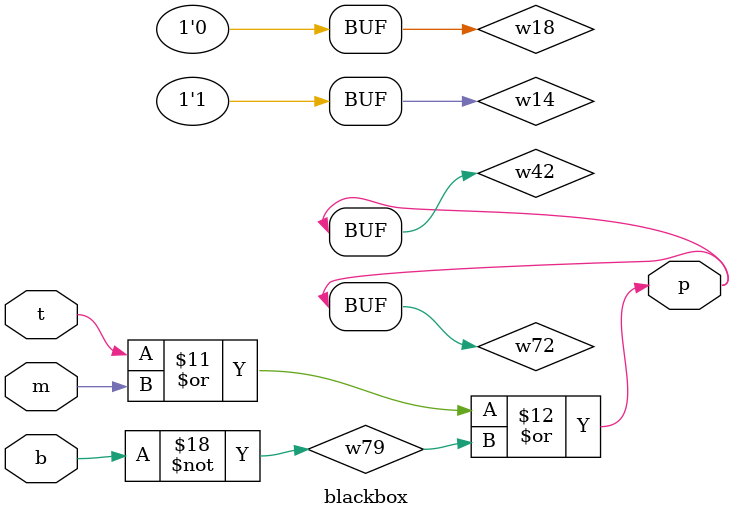
<source format=v>
module blackbox(p, m, b, t);
    output p;
    input  m, b, t;
    wire   w06, w14, w15, w18, w27, w28, w29, w30, w42, w52, w58, w72, w75, w79;
    and a21(p, w14, w42);
    or  o11(w14, w29, w28);
    not n60(w28, w29);
    or  o7(w42, w72, w18);
    and a44(w18, w27, w06);
    not n77(w27, w06);
    or  o40(w29, w75, m, b);
    not n94(w75, t);
    or  o2(w06, w52, w58);
    and a61(w52, w15, w30);
    not n90(w15, b);
    not n17(w30, t);
    and a46(w58, t, m, b);
    or  o85(w72, t, m, w79);
    not n20(w79, b);
endmodule // blackbox
</source>
